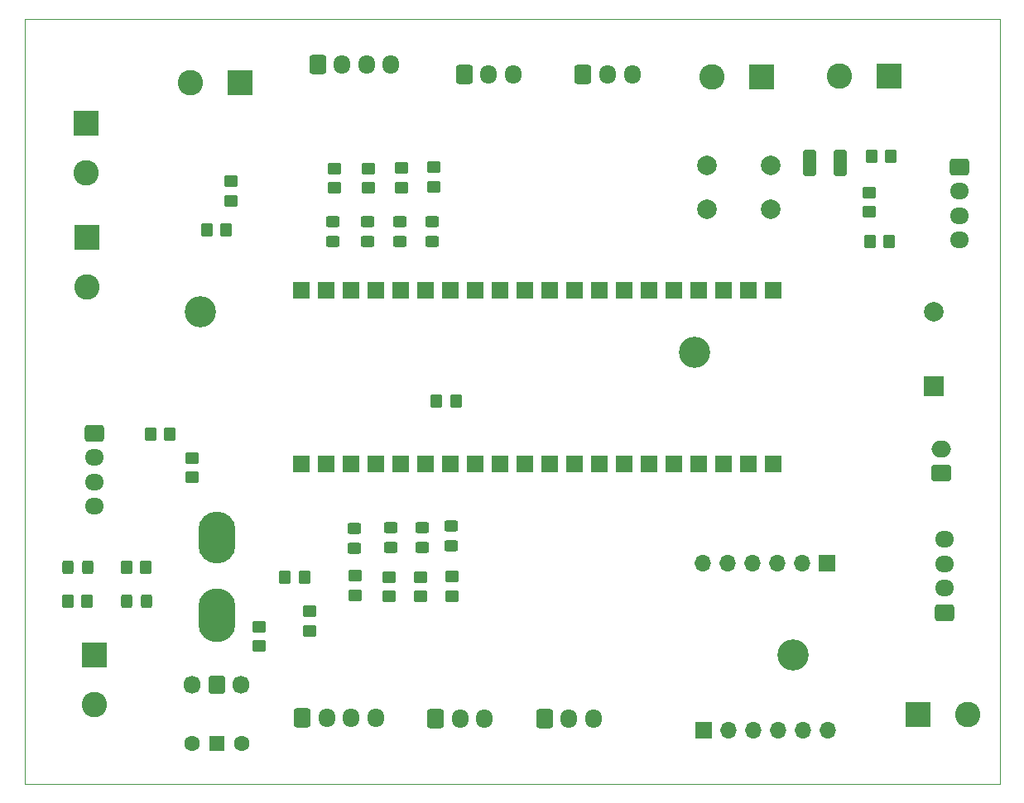
<source format=gbr>
%TF.GenerationSoftware,KiCad,Pcbnew,8.0.8*%
%TF.CreationDate,2025-03-28T16:36:24+05:30*%
%TF.ProjectId,MainBoard_v1.2.0,4d61696e-426f-4617-9264-5f76312e322e,rev?*%
%TF.SameCoordinates,Original*%
%TF.FileFunction,Soldermask,Top*%
%TF.FilePolarity,Negative*%
%FSLAX46Y46*%
G04 Gerber Fmt 4.6, Leading zero omitted, Abs format (unit mm)*
G04 Created by KiCad (PCBNEW 8.0.8) date 2025-03-28 16:36:24*
%MOMM*%
%LPD*%
G01*
G04 APERTURE LIST*
G04 Aperture macros list*
%AMRoundRect*
0 Rectangle with rounded corners*
0 $1 Rounding radius*
0 $2 $3 $4 $5 $6 $7 $8 $9 X,Y pos of 4 corners*
0 Add a 4 corners polygon primitive as box body*
4,1,4,$2,$3,$4,$5,$6,$7,$8,$9,$2,$3,0*
0 Add four circle primitives for the rounded corners*
1,1,$1+$1,$2,$3*
1,1,$1+$1,$4,$5*
1,1,$1+$1,$6,$7*
1,1,$1+$1,$8,$9*
0 Add four rect primitives between the rounded corners*
20,1,$1+$1,$2,$3,$4,$5,0*
20,1,$1+$1,$4,$5,$6,$7,0*
20,1,$1+$1,$6,$7,$8,$9,0*
20,1,$1+$1,$8,$9,$2,$3,0*%
G04 Aperture macros list end*
%ADD10C,3.200000*%
%ADD11R,2.600000X2.600000*%
%ADD12C,2.600000*%
%ADD13RoundRect,0.250000X-0.600000X-0.725000X0.600000X-0.725000X0.600000X0.725000X-0.600000X0.725000X0*%
%ADD14O,1.700000X1.950000*%
%ADD15RoundRect,0.250000X-0.450000X0.325000X-0.450000X-0.325000X0.450000X-0.325000X0.450000X0.325000X0*%
%ADD16RoundRect,0.250000X0.450000X-0.350000X0.450000X0.350000X-0.450000X0.350000X-0.450000X-0.350000X0*%
%ADD17RoundRect,0.250000X0.450000X-0.325000X0.450000X0.325000X-0.450000X0.325000X-0.450000X-0.325000X0*%
%ADD18RoundRect,0.250000X0.725000X-0.600000X0.725000X0.600000X-0.725000X0.600000X-0.725000X-0.600000X0*%
%ADD19O,1.950000X1.700000*%
%ADD20RoundRect,0.250000X-0.450000X0.350000X-0.450000X-0.350000X0.450000X-0.350000X0.450000X0.350000X0*%
%ADD21RoundRect,0.250000X-0.350000X-0.450000X0.350000X-0.450000X0.350000X0.450000X-0.350000X0.450000X0*%
%ADD22RoundRect,0.250000X0.412500X1.100000X-0.412500X1.100000X-0.412500X-1.100000X0.412500X-1.100000X0*%
%ADD23RoundRect,0.102000X0.754000X-0.754000X0.754000X0.754000X-0.754000X0.754000X-0.754000X-0.754000X0*%
%ADD24RoundRect,0.250000X0.350000X0.450000X-0.350000X0.450000X-0.350000X-0.450000X0.350000X-0.450000X0*%
%ADD25RoundRect,0.250000X0.600000X0.675000X-0.600000X0.675000X-0.600000X-0.675000X0.600000X-0.675000X0*%
%ADD26O,1.700000X1.850000*%
%ADD27R,2.000000X2.000000*%
%ADD28C,2.000000*%
%ADD29RoundRect,0.250000X-0.725000X0.600000X-0.725000X-0.600000X0.725000X-0.600000X0.725000X0.600000X0*%
%ADD30RoundRect,0.250000X-0.325000X-0.450000X0.325000X-0.450000X0.325000X0.450000X-0.325000X0.450000X0*%
%ADD31O,3.800000X5.500000*%
%ADD32O,3.800000X5.300000*%
%ADD33R,1.500000X1.500000*%
%ADD34C,1.600000*%
%ADD35RoundRect,0.250000X0.325000X0.450000X-0.325000X0.450000X-0.325000X-0.450000X0.325000X-0.450000X0*%
%ADD36RoundRect,0.250000X0.750000X-0.600000X0.750000X0.600000X-0.750000X0.600000X-0.750000X-0.600000X0*%
%ADD37O,2.000000X1.700000*%
%ADD38O,1.700000X1.700000*%
%ADD39R,1.700000X1.700000*%
%TA.AperFunction,Profile*%
%ADD40C,0.050000*%
%TD*%
G04 APERTURE END LIST*
D10*
%TO.C,REF\u002A\u002A*%
X68820000Y-117850000D03*
%TD*%
%TO.C,REF\u002A\u002A*%
X119370000Y-122010000D03*
%TD*%
D11*
%TO.C,J15*%
X139305000Y-93725000D03*
D12*
X134225000Y-93725000D03*
%TD*%
D13*
%TO.C,J6*%
X95830000Y-93555000D03*
D14*
X98330000Y-93555000D03*
X100830000Y-93555000D03*
%TD*%
D15*
%TO.C,D12*%
X88280000Y-139907500D03*
X88280000Y-141957500D03*
%TD*%
D16*
%TO.C,R14*%
X88120000Y-147000000D03*
X88120000Y-145000000D03*
%TD*%
D13*
%TO.C,J5*%
X79260000Y-159435000D03*
D14*
X81760000Y-159435000D03*
X84260000Y-159435000D03*
X86760000Y-159435000D03*
%TD*%
D17*
%TO.C,D6*%
X89262331Y-110681165D03*
X89262331Y-108631165D03*
%TD*%
D18*
%TO.C,J1*%
X144930000Y-148640000D03*
D19*
X144930000Y-146140000D03*
X144930000Y-143640000D03*
X144930000Y-141140000D03*
%TD*%
D20*
%TO.C,R25*%
X68000000Y-132800000D03*
X68000000Y-134800000D03*
%TD*%
D17*
%TO.C,D5*%
X85948052Y-110660491D03*
X85948052Y-108610491D03*
%TD*%
D20*
%TO.C,R7*%
X82598231Y-103165115D03*
X82598231Y-105165115D03*
%TD*%
D11*
%TO.C,BATTERY_CONN2*%
X57125000Y-98505000D03*
D12*
X57125000Y-103585000D03*
%TD*%
D21*
%TO.C,R2*%
X93000000Y-127000000D03*
X95000000Y-127000000D03*
%TD*%
D16*
%TO.C,R12*%
X84640000Y-146880000D03*
X84640000Y-144880000D03*
%TD*%
D11*
%TO.C,J9*%
X142215000Y-159075000D03*
D12*
X147295000Y-159075000D03*
%TD*%
D11*
%TO.C,BATTERY_CONN4*%
X72925000Y-94395000D03*
D12*
X67845000Y-94395000D03*
%TD*%
D15*
%TO.C,D13*%
X91510000Y-139957500D03*
X91510000Y-142007500D03*
%TD*%
D22*
%TO.C,C1*%
X134252500Y-102640000D03*
X131127500Y-102640000D03*
%TD*%
D21*
%TO.C,R23*%
X63745888Y-130337760D03*
X65745888Y-130337760D03*
%TD*%
D17*
%TO.C,D7*%
X92528150Y-110646742D03*
X92528150Y-108596742D03*
%TD*%
D16*
%TO.C,R33*%
X137290000Y-107610000D03*
X137290000Y-105610000D03*
%TD*%
D20*
%TO.C,R10*%
X92690062Y-103063223D03*
X92690062Y-105063223D03*
%TD*%
D16*
%TO.C,R15*%
X91350000Y-146980000D03*
X91350000Y-144980000D03*
%TD*%
D23*
%TO.C,U1*%
X89300000Y-115610000D03*
X86760000Y-115610000D03*
X91840000Y-115610000D03*
X96920000Y-115610000D03*
X84220000Y-115610000D03*
X109620000Y-115610000D03*
X122320000Y-115610000D03*
X84220000Y-133390000D03*
X96920000Y-133390000D03*
X109620000Y-133390000D03*
X122320000Y-133390000D03*
X79140000Y-133390000D03*
X81680000Y-133390000D03*
X86760000Y-133390000D03*
X89300000Y-133390000D03*
X91840000Y-133390000D03*
X94380000Y-133390000D03*
X99460000Y-133390000D03*
X102000000Y-133390000D03*
X104540000Y-133390000D03*
X107080000Y-133390000D03*
X112160000Y-133390000D03*
X114700000Y-133390000D03*
X117240000Y-133390000D03*
X119780000Y-133390000D03*
X124860000Y-133390000D03*
X127400000Y-133390000D03*
X127400000Y-115610000D03*
X124860000Y-115610000D03*
X119780000Y-115610000D03*
X117240000Y-115610000D03*
X114700000Y-115610000D03*
X112160000Y-115610000D03*
X107080000Y-115610000D03*
X102000000Y-115610000D03*
X99460000Y-115610000D03*
X94380000Y-115610000D03*
X104540000Y-115610000D03*
X79140000Y-115610000D03*
X81680000Y-115610000D03*
%TD*%
D21*
%TO.C,R5*%
X55270000Y-147465000D03*
X57270000Y-147465000D03*
%TD*%
D24*
%TO.C,R29*%
X71500000Y-109500000D03*
X69500000Y-109500000D03*
%TD*%
D13*
%TO.C,J11*%
X80850000Y-92505000D03*
D14*
X83350000Y-92505000D03*
X85850000Y-92505000D03*
X88350000Y-92505000D03*
%TD*%
D25*
%TO.C,Q1*%
X70500000Y-156000000D03*
D26*
X73000000Y-156000000D03*
X68000000Y-156000000D03*
%TD*%
D27*
%TO.C,JP1*%
X143890000Y-125480000D03*
D28*
X143890000Y-117880000D03*
%TD*%
D24*
%TO.C,R31*%
X139327888Y-110676019D03*
X137327888Y-110676019D03*
%TD*%
%TO.C,R19*%
X79506490Y-145031314D03*
X77506490Y-145031314D03*
%TD*%
%TO.C,R13*%
X139487500Y-101910000D03*
X137487500Y-101910000D03*
%TD*%
D29*
%TO.C,J12*%
X146500000Y-103000000D03*
D19*
X146500000Y-105500000D03*
X146500000Y-108000000D03*
X146500000Y-110500000D03*
%TD*%
D30*
%TO.C,D2*%
X55255000Y-144045000D03*
X57305000Y-144045000D03*
%TD*%
D16*
%TO.C,R1*%
X74820000Y-152080000D03*
X74820000Y-150080000D03*
%TD*%
D31*
%TO.C,F1*%
X70500000Y-148950000D03*
D32*
X70500000Y-140950000D03*
%TD*%
D13*
%TO.C,J4*%
X92890000Y-159465000D03*
D14*
X95390000Y-159465000D03*
X97890000Y-159465000D03*
%TD*%
D29*
%TO.C,J10*%
X58025000Y-130250000D03*
D19*
X58025000Y-132750000D03*
X58025000Y-135250000D03*
X58025000Y-137750000D03*
%TD*%
D20*
%TO.C,R9*%
X89390869Y-103101053D03*
X89390869Y-105101053D03*
%TD*%
D13*
%TO.C,J7*%
X108000000Y-93530000D03*
D14*
X110500000Y-93530000D03*
X113000000Y-93530000D03*
%TD*%
D20*
%TO.C,R27*%
X72000000Y-104500000D03*
X72000000Y-106500000D03*
%TD*%
D33*
%TO.C,SW2*%
X70540000Y-162000000D03*
D34*
X68000000Y-162000000D03*
X73080000Y-162000000D03*
%TD*%
D28*
%TO.C,SW1*%
X120670000Y-102820000D03*
X127170000Y-102820000D03*
X120670000Y-107320000D03*
X127170000Y-107320000D03*
%TD*%
D11*
%TO.C,BATTERY_CONN3*%
X57275000Y-110245000D03*
D12*
X57275000Y-115325000D03*
%TD*%
D35*
%TO.C,D3*%
X63325000Y-147445000D03*
X61275000Y-147445000D03*
%TD*%
D11*
%TO.C,BATTERY_CONN1*%
X58000000Y-153000000D03*
D12*
X58000000Y-158080000D03*
%TD*%
D11*
%TO.C,J8*%
X126240000Y-93760000D03*
D12*
X121160000Y-93760000D03*
%TD*%
D17*
%TO.C,D4*%
X82421234Y-110680219D03*
X82421234Y-108630219D03*
%TD*%
D24*
%TO.C,R4*%
X63280000Y-144045000D03*
X61280000Y-144045000D03*
%TD*%
D15*
%TO.C,D14*%
X94530000Y-139737500D03*
X94530000Y-141787500D03*
%TD*%
D16*
%TO.C,R16*%
X94600000Y-146970000D03*
X94600000Y-144970000D03*
%TD*%
%TO.C,R18*%
X80000000Y-150500000D03*
X80000000Y-148500000D03*
%TD*%
D20*
%TO.C,R8*%
X86038980Y-103163655D03*
X86038980Y-105163655D03*
%TD*%
D15*
%TO.C,D11*%
X84560000Y-139997500D03*
X84560000Y-142047500D03*
%TD*%
D36*
%TO.C,J14*%
X144600000Y-134360000D03*
D37*
X144600000Y-131860000D03*
%TD*%
D10*
%TO.C,REF\u002A\u002A*%
X129440000Y-152990000D03*
%TD*%
D38*
%TO.C,J2*%
X133008490Y-160652115D03*
X130468490Y-160652115D03*
X127928490Y-160652115D03*
X125388490Y-160652115D03*
X122848490Y-160652115D03*
D39*
X120308490Y-160652115D03*
%TD*%
%TO.C,J3*%
X132970000Y-143610000D03*
D38*
X130430000Y-143610000D03*
X127890000Y-143610000D03*
X125350000Y-143610000D03*
X122810000Y-143610000D03*
X120270000Y-143610000D03*
%TD*%
D13*
%TO.C,J13*%
X104060000Y-159460000D03*
D14*
X106560000Y-159460000D03*
X109060000Y-159460000D03*
%TD*%
D40*
X50875000Y-87873251D02*
X150625000Y-87873251D01*
X150625000Y-166150000D01*
X50875000Y-166150000D01*
X50875000Y-87873251D01*
M02*

</source>
